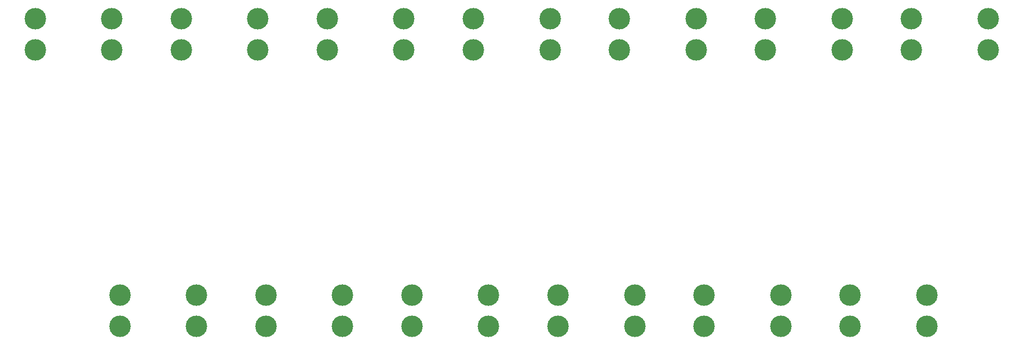
<source format=gtl>
G04 Layer: TopLayer*
G04 EasyEDA v6.5.22, 2024-08-28 16:03:03*
G04 922126ed66404cc7a2e17ea7cb8ccf87,fc1e3732016e4acc899c86b879ae2791,10*
G04 Gerber Generator version 0.2*
G04 Scale: 100 percent, Rotated: No, Reflected: No *
G04 Dimensions in millimeters *
G04 leading zeros omitted , absolute positions ,4 integer and 5 decimal *
%FSLAX45Y45*%
%MOMM*%

%ADD10C,3.5000*%

%LPD*%
D10*
G01*
X4425035Y5145963D03*
G01*
X3174847Y5145963D03*
G01*
X4425035Y5653963D03*
G01*
X3174847Y5653963D03*
G01*
X2045055Y5145963D03*
G01*
X794867Y5145963D03*
G01*
X2045055Y5653963D03*
G01*
X794867Y5653963D03*
G01*
X15325191Y646099D03*
G01*
X14075003Y646099D03*
G01*
X15325191Y1154099D03*
G01*
X14075003Y1154099D03*
G01*
X12944957Y646099D03*
G01*
X11694769Y646099D03*
G01*
X12944957Y1154099D03*
G01*
X11694769Y1154099D03*
G01*
X10564977Y646099D03*
G01*
X9314789Y646099D03*
G01*
X10564977Y1154099D03*
G01*
X9314789Y1154099D03*
G01*
X8184997Y646099D03*
G01*
X6934809Y646099D03*
G01*
X8184997Y1154099D03*
G01*
X6934809Y1154099D03*
G01*
X5805017Y646099D03*
G01*
X4554829Y646099D03*
G01*
X5805017Y1154099D03*
G01*
X4554829Y1154099D03*
G01*
X3425037Y646099D03*
G01*
X2174849Y646099D03*
G01*
X3425037Y1154099D03*
G01*
X2174849Y1154099D03*
G01*
X15075001Y5653963D03*
G01*
X16325189Y5653963D03*
G01*
X15075001Y5145963D03*
G01*
X16325189Y5145963D03*
G01*
X12694767Y5653963D03*
G01*
X13944955Y5653963D03*
G01*
X12694767Y5145963D03*
G01*
X13944955Y5145963D03*
G01*
X10314787Y5653963D03*
G01*
X11564975Y5653963D03*
G01*
X10314787Y5145963D03*
G01*
X11564975Y5145963D03*
G01*
X5554827Y5653963D03*
G01*
X6805015Y5653963D03*
G01*
X5554827Y5145963D03*
G01*
X6805015Y5145963D03*
G01*
X7934807Y5653963D03*
G01*
X9184995Y5653963D03*
G01*
X7934807Y5145963D03*
G01*
X9184995Y5145963D03*
M02*

</source>
